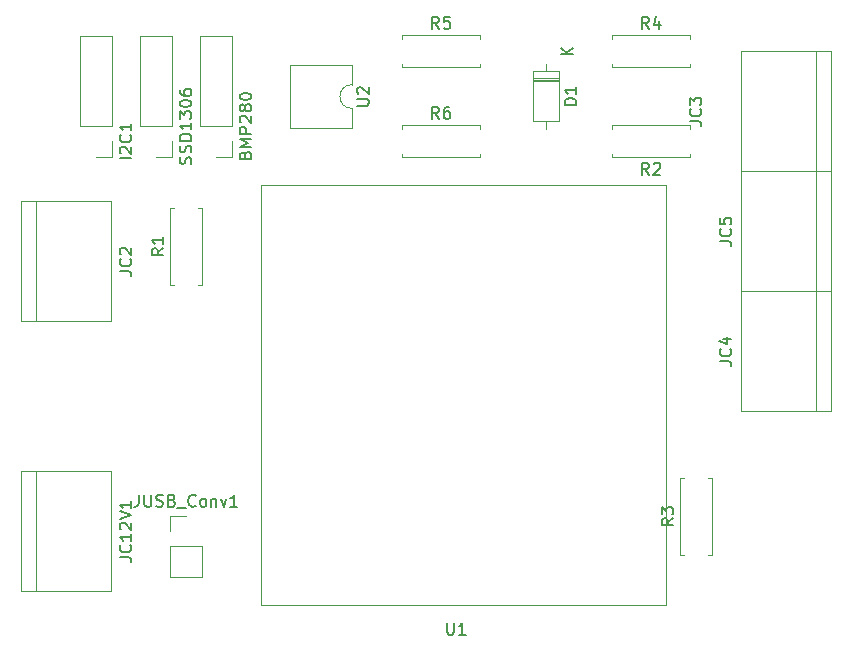
<source format=gbr>
%TF.GenerationSoftware,KiCad,Pcbnew,(6.0.7)*%
%TF.CreationDate,2023-01-13T08:14:30+01:00*%
%TF.ProjectId,VolvoPenta Digitalization,566f6c76-6f50-4656-9e74-612044696769,rev?*%
%TF.SameCoordinates,Original*%
%TF.FileFunction,Legend,Top*%
%TF.FilePolarity,Positive*%
%FSLAX46Y46*%
G04 Gerber Fmt 4.6, Leading zero omitted, Abs format (unit mm)*
G04 Created by KiCad (PCBNEW (6.0.7)) date 2023-01-13 08:14:30*
%MOMM*%
%LPD*%
G01*
G04 APERTURE LIST*
%ADD10C,0.150000*%
%ADD11C,0.120000*%
G04 APERTURE END LIST*
D10*
%TO.C,U1*%
X128778095Y-94107380D02*
X128778095Y-94916904D01*
X128825714Y-95012142D01*
X128873333Y-95059761D01*
X128968571Y-95107380D01*
X129159047Y-95107380D01*
X129254285Y-95059761D01*
X129301904Y-95012142D01*
X129349523Y-94916904D01*
X129349523Y-94107380D01*
X130349523Y-95107380D02*
X129778095Y-95107380D01*
X130063809Y-95107380D02*
X130063809Y-94107380D01*
X129968571Y-94250238D01*
X129873333Y-94345476D01*
X129778095Y-94393095D01*
%TO.C,R1*%
X104762380Y-62396666D02*
X104286190Y-62730000D01*
X104762380Y-62968095D02*
X103762380Y-62968095D01*
X103762380Y-62587142D01*
X103810000Y-62491904D01*
X103857619Y-62444285D01*
X103952857Y-62396666D01*
X104095714Y-62396666D01*
X104190952Y-62444285D01*
X104238571Y-62491904D01*
X104286190Y-62587142D01*
X104286190Y-62968095D01*
X104762380Y-61444285D02*
X104762380Y-62015714D01*
X104762380Y-61730000D02*
X103762380Y-61730000D01*
X103905238Y-61825238D01*
X104000476Y-61920476D01*
X104048095Y-62015714D01*
%TO.C,SSD1306*%
X107084761Y-55236666D02*
X107132380Y-55093809D01*
X107132380Y-54855714D01*
X107084761Y-54760476D01*
X107037142Y-54712857D01*
X106941904Y-54665238D01*
X106846666Y-54665238D01*
X106751428Y-54712857D01*
X106703809Y-54760476D01*
X106656190Y-54855714D01*
X106608571Y-55046190D01*
X106560952Y-55141428D01*
X106513333Y-55189047D01*
X106418095Y-55236666D01*
X106322857Y-55236666D01*
X106227619Y-55189047D01*
X106180000Y-55141428D01*
X106132380Y-55046190D01*
X106132380Y-54808095D01*
X106180000Y-54665238D01*
X107084761Y-54284285D02*
X107132380Y-54141428D01*
X107132380Y-53903333D01*
X107084761Y-53808095D01*
X107037142Y-53760476D01*
X106941904Y-53712857D01*
X106846666Y-53712857D01*
X106751428Y-53760476D01*
X106703809Y-53808095D01*
X106656190Y-53903333D01*
X106608571Y-54093809D01*
X106560952Y-54189047D01*
X106513333Y-54236666D01*
X106418095Y-54284285D01*
X106322857Y-54284285D01*
X106227619Y-54236666D01*
X106180000Y-54189047D01*
X106132380Y-54093809D01*
X106132380Y-53855714D01*
X106180000Y-53712857D01*
X107132380Y-53284285D02*
X106132380Y-53284285D01*
X106132380Y-53046190D01*
X106180000Y-52903333D01*
X106275238Y-52808095D01*
X106370476Y-52760476D01*
X106560952Y-52712857D01*
X106703809Y-52712857D01*
X106894285Y-52760476D01*
X106989523Y-52808095D01*
X107084761Y-52903333D01*
X107132380Y-53046190D01*
X107132380Y-53284285D01*
X107132380Y-51760476D02*
X107132380Y-52331904D01*
X107132380Y-52046190D02*
X106132380Y-52046190D01*
X106275238Y-52141428D01*
X106370476Y-52236666D01*
X106418095Y-52331904D01*
X106132380Y-51427142D02*
X106132380Y-50808095D01*
X106513333Y-51141428D01*
X106513333Y-50998571D01*
X106560952Y-50903333D01*
X106608571Y-50855714D01*
X106703809Y-50808095D01*
X106941904Y-50808095D01*
X107037142Y-50855714D01*
X107084761Y-50903333D01*
X107132380Y-50998571D01*
X107132380Y-51284285D01*
X107084761Y-51379523D01*
X107037142Y-51427142D01*
X106132380Y-50189047D02*
X106132380Y-50093809D01*
X106180000Y-49998571D01*
X106227619Y-49950952D01*
X106322857Y-49903333D01*
X106513333Y-49855714D01*
X106751428Y-49855714D01*
X106941904Y-49903333D01*
X107037142Y-49950952D01*
X107084761Y-49998571D01*
X107132380Y-50093809D01*
X107132380Y-50189047D01*
X107084761Y-50284285D01*
X107037142Y-50331904D01*
X106941904Y-50379523D01*
X106751428Y-50427142D01*
X106513333Y-50427142D01*
X106322857Y-50379523D01*
X106227619Y-50331904D01*
X106180000Y-50284285D01*
X106132380Y-50189047D01*
X106132380Y-48998571D02*
X106132380Y-49189047D01*
X106180000Y-49284285D01*
X106227619Y-49331904D01*
X106370476Y-49427142D01*
X106560952Y-49474761D01*
X106941904Y-49474761D01*
X107037142Y-49427142D01*
X107084761Y-49379523D01*
X107132380Y-49284285D01*
X107132380Y-49093809D01*
X107084761Y-48998571D01*
X107037142Y-48950952D01*
X106941904Y-48903333D01*
X106703809Y-48903333D01*
X106608571Y-48950952D01*
X106560952Y-48998571D01*
X106513333Y-49093809D01*
X106513333Y-49284285D01*
X106560952Y-49379523D01*
X106608571Y-49427142D01*
X106703809Y-49474761D01*
%TO.C,R4*%
X145883333Y-43802380D02*
X145550000Y-43326190D01*
X145311904Y-43802380D02*
X145311904Y-42802380D01*
X145692857Y-42802380D01*
X145788095Y-42850000D01*
X145835714Y-42897619D01*
X145883333Y-42992857D01*
X145883333Y-43135714D01*
X145835714Y-43230952D01*
X145788095Y-43278571D01*
X145692857Y-43326190D01*
X145311904Y-43326190D01*
X146740476Y-43135714D02*
X146740476Y-43802380D01*
X146502380Y-42754761D02*
X146264285Y-43469047D01*
X146883333Y-43469047D01*
%TO.C,JC3*%
X149312380Y-51633333D02*
X150026666Y-51633333D01*
X150169523Y-51680952D01*
X150264761Y-51776190D01*
X150312380Y-51919047D01*
X150312380Y-52014285D01*
X150217142Y-50585714D02*
X150264761Y-50633333D01*
X150312380Y-50776190D01*
X150312380Y-50871428D01*
X150264761Y-51014285D01*
X150169523Y-51109523D01*
X150074285Y-51157142D01*
X149883809Y-51204761D01*
X149740952Y-51204761D01*
X149550476Y-51157142D01*
X149455238Y-51109523D01*
X149360000Y-51014285D01*
X149312380Y-50871428D01*
X149312380Y-50776190D01*
X149360000Y-50633333D01*
X149407619Y-50585714D01*
X149312380Y-50252380D02*
X149312380Y-49633333D01*
X149693333Y-49966666D01*
X149693333Y-49823809D01*
X149740952Y-49728571D01*
X149788571Y-49680952D01*
X149883809Y-49633333D01*
X150121904Y-49633333D01*
X150217142Y-49680952D01*
X150264761Y-49728571D01*
X150312380Y-49823809D01*
X150312380Y-50109523D01*
X150264761Y-50204761D01*
X150217142Y-50252380D01*
%TO.C,JC4*%
X151852380Y-71953333D02*
X152566666Y-71953333D01*
X152709523Y-72000952D01*
X152804761Y-72096190D01*
X152852380Y-72239047D01*
X152852380Y-72334285D01*
X152757142Y-70905714D02*
X152804761Y-70953333D01*
X152852380Y-71096190D01*
X152852380Y-71191428D01*
X152804761Y-71334285D01*
X152709523Y-71429523D01*
X152614285Y-71477142D01*
X152423809Y-71524761D01*
X152280952Y-71524761D01*
X152090476Y-71477142D01*
X151995238Y-71429523D01*
X151900000Y-71334285D01*
X151852380Y-71191428D01*
X151852380Y-71096190D01*
X151900000Y-70953333D01*
X151947619Y-70905714D01*
X152185714Y-70048571D02*
X152852380Y-70048571D01*
X151804761Y-70286666D02*
X152519047Y-70524761D01*
X152519047Y-69905714D01*
%TO.C,JC2*%
X101052380Y-64333333D02*
X101766666Y-64333333D01*
X101909523Y-64380952D01*
X102004761Y-64476190D01*
X102052380Y-64619047D01*
X102052380Y-64714285D01*
X101957142Y-63285714D02*
X102004761Y-63333333D01*
X102052380Y-63476190D01*
X102052380Y-63571428D01*
X102004761Y-63714285D01*
X101909523Y-63809523D01*
X101814285Y-63857142D01*
X101623809Y-63904761D01*
X101480952Y-63904761D01*
X101290476Y-63857142D01*
X101195238Y-63809523D01*
X101100000Y-63714285D01*
X101052380Y-63571428D01*
X101052380Y-63476190D01*
X101100000Y-63333333D01*
X101147619Y-63285714D01*
X101147619Y-62904761D02*
X101100000Y-62857142D01*
X101052380Y-62761904D01*
X101052380Y-62523809D01*
X101100000Y-62428571D01*
X101147619Y-62380952D01*
X101242857Y-62333333D01*
X101338095Y-62333333D01*
X101480952Y-62380952D01*
X102052380Y-62952380D01*
X102052380Y-62333333D01*
%TO.C,U2*%
X121162380Y-50311904D02*
X121971904Y-50311904D01*
X122067142Y-50264285D01*
X122114761Y-50216666D01*
X122162380Y-50121428D01*
X122162380Y-49930952D01*
X122114761Y-49835714D01*
X122067142Y-49788095D01*
X121971904Y-49740476D01*
X121162380Y-49740476D01*
X121257619Y-49311904D02*
X121210000Y-49264285D01*
X121162380Y-49169047D01*
X121162380Y-48930952D01*
X121210000Y-48835714D01*
X121257619Y-48788095D01*
X121352857Y-48740476D01*
X121448095Y-48740476D01*
X121590952Y-48788095D01*
X122162380Y-49359523D01*
X122162380Y-48740476D01*
%TO.C,JC12V1*%
X101052380Y-88574285D02*
X101766666Y-88574285D01*
X101909523Y-88621904D01*
X102004761Y-88717142D01*
X102052380Y-88860000D01*
X102052380Y-88955238D01*
X101957142Y-87526666D02*
X102004761Y-87574285D01*
X102052380Y-87717142D01*
X102052380Y-87812380D01*
X102004761Y-87955238D01*
X101909523Y-88050476D01*
X101814285Y-88098095D01*
X101623809Y-88145714D01*
X101480952Y-88145714D01*
X101290476Y-88098095D01*
X101195238Y-88050476D01*
X101100000Y-87955238D01*
X101052380Y-87812380D01*
X101052380Y-87717142D01*
X101100000Y-87574285D01*
X101147619Y-87526666D01*
X102052380Y-86574285D02*
X102052380Y-87145714D01*
X102052380Y-86860000D02*
X101052380Y-86860000D01*
X101195238Y-86955238D01*
X101290476Y-87050476D01*
X101338095Y-87145714D01*
X101147619Y-86193333D02*
X101100000Y-86145714D01*
X101052380Y-86050476D01*
X101052380Y-85812380D01*
X101100000Y-85717142D01*
X101147619Y-85669523D01*
X101242857Y-85621904D01*
X101338095Y-85621904D01*
X101480952Y-85669523D01*
X102052380Y-86240952D01*
X102052380Y-85621904D01*
X101052380Y-85336190D02*
X102052380Y-85002857D01*
X101052380Y-84669523D01*
X102052380Y-83812380D02*
X102052380Y-84383809D01*
X102052380Y-84098095D02*
X101052380Y-84098095D01*
X101195238Y-84193333D01*
X101290476Y-84288571D01*
X101338095Y-84383809D01*
%TO.C,JUSB_Conv1*%
X102680000Y-83272380D02*
X102680000Y-83986666D01*
X102632380Y-84129523D01*
X102537142Y-84224761D01*
X102394285Y-84272380D01*
X102299047Y-84272380D01*
X103156190Y-83272380D02*
X103156190Y-84081904D01*
X103203809Y-84177142D01*
X103251428Y-84224761D01*
X103346666Y-84272380D01*
X103537142Y-84272380D01*
X103632380Y-84224761D01*
X103680000Y-84177142D01*
X103727619Y-84081904D01*
X103727619Y-83272380D01*
X104156190Y-84224761D02*
X104299047Y-84272380D01*
X104537142Y-84272380D01*
X104632380Y-84224761D01*
X104680000Y-84177142D01*
X104727619Y-84081904D01*
X104727619Y-83986666D01*
X104680000Y-83891428D01*
X104632380Y-83843809D01*
X104537142Y-83796190D01*
X104346666Y-83748571D01*
X104251428Y-83700952D01*
X104203809Y-83653333D01*
X104156190Y-83558095D01*
X104156190Y-83462857D01*
X104203809Y-83367619D01*
X104251428Y-83320000D01*
X104346666Y-83272380D01*
X104584761Y-83272380D01*
X104727619Y-83320000D01*
X105489523Y-83748571D02*
X105632380Y-83796190D01*
X105680000Y-83843809D01*
X105727619Y-83939047D01*
X105727619Y-84081904D01*
X105680000Y-84177142D01*
X105632380Y-84224761D01*
X105537142Y-84272380D01*
X105156190Y-84272380D01*
X105156190Y-83272380D01*
X105489523Y-83272380D01*
X105584761Y-83320000D01*
X105632380Y-83367619D01*
X105680000Y-83462857D01*
X105680000Y-83558095D01*
X105632380Y-83653333D01*
X105584761Y-83700952D01*
X105489523Y-83748571D01*
X105156190Y-83748571D01*
X105918095Y-84367619D02*
X106680000Y-84367619D01*
X107489523Y-84177142D02*
X107441904Y-84224761D01*
X107299047Y-84272380D01*
X107203809Y-84272380D01*
X107060952Y-84224761D01*
X106965714Y-84129523D01*
X106918095Y-84034285D01*
X106870476Y-83843809D01*
X106870476Y-83700952D01*
X106918095Y-83510476D01*
X106965714Y-83415238D01*
X107060952Y-83320000D01*
X107203809Y-83272380D01*
X107299047Y-83272380D01*
X107441904Y-83320000D01*
X107489523Y-83367619D01*
X108060952Y-84272380D02*
X107965714Y-84224761D01*
X107918095Y-84177142D01*
X107870476Y-84081904D01*
X107870476Y-83796190D01*
X107918095Y-83700952D01*
X107965714Y-83653333D01*
X108060952Y-83605714D01*
X108203809Y-83605714D01*
X108299047Y-83653333D01*
X108346666Y-83700952D01*
X108394285Y-83796190D01*
X108394285Y-84081904D01*
X108346666Y-84177142D01*
X108299047Y-84224761D01*
X108203809Y-84272380D01*
X108060952Y-84272380D01*
X108822857Y-83605714D02*
X108822857Y-84272380D01*
X108822857Y-83700952D02*
X108870476Y-83653333D01*
X108965714Y-83605714D01*
X109108571Y-83605714D01*
X109203809Y-83653333D01*
X109251428Y-83748571D01*
X109251428Y-84272380D01*
X109632380Y-83605714D02*
X109870476Y-84272380D01*
X110108571Y-83605714D01*
X111013333Y-84272380D02*
X110441904Y-84272380D01*
X110727619Y-84272380D02*
X110727619Y-83272380D01*
X110632380Y-83415238D01*
X110537142Y-83510476D01*
X110441904Y-83558095D01*
%TO.C,JC5*%
X151852380Y-61793333D02*
X152566666Y-61793333D01*
X152709523Y-61840952D01*
X152804761Y-61936190D01*
X152852380Y-62079047D01*
X152852380Y-62174285D01*
X152757142Y-60745714D02*
X152804761Y-60793333D01*
X152852380Y-60936190D01*
X152852380Y-61031428D01*
X152804761Y-61174285D01*
X152709523Y-61269523D01*
X152614285Y-61317142D01*
X152423809Y-61364761D01*
X152280952Y-61364761D01*
X152090476Y-61317142D01*
X151995238Y-61269523D01*
X151900000Y-61174285D01*
X151852380Y-61031428D01*
X151852380Y-60936190D01*
X151900000Y-60793333D01*
X151947619Y-60745714D01*
X151852380Y-59840952D02*
X151852380Y-60317142D01*
X152328571Y-60364761D01*
X152280952Y-60317142D01*
X152233333Y-60221904D01*
X152233333Y-59983809D01*
X152280952Y-59888571D01*
X152328571Y-59840952D01*
X152423809Y-59793333D01*
X152661904Y-59793333D01*
X152757142Y-59840952D01*
X152804761Y-59888571D01*
X152852380Y-59983809D01*
X152852380Y-60221904D01*
X152804761Y-60317142D01*
X152757142Y-60364761D01*
%TO.C,D1*%
X139732380Y-50268095D02*
X138732380Y-50268095D01*
X138732380Y-50030000D01*
X138780000Y-49887142D01*
X138875238Y-49791904D01*
X138970476Y-49744285D01*
X139160952Y-49696666D01*
X139303809Y-49696666D01*
X139494285Y-49744285D01*
X139589523Y-49791904D01*
X139684761Y-49887142D01*
X139732380Y-50030000D01*
X139732380Y-50268095D01*
X139732380Y-48744285D02*
X139732380Y-49315714D01*
X139732380Y-49030000D02*
X138732380Y-49030000D01*
X138875238Y-49125238D01*
X138970476Y-49220476D01*
X139018095Y-49315714D01*
X139412380Y-45981904D02*
X138412380Y-45981904D01*
X139412380Y-45410476D02*
X138840952Y-45839047D01*
X138412380Y-45410476D02*
X138983809Y-45981904D01*
%TO.C,BMP280*%
X111688571Y-54498571D02*
X111736190Y-54355714D01*
X111783809Y-54308095D01*
X111879047Y-54260476D01*
X112021904Y-54260476D01*
X112117142Y-54308095D01*
X112164761Y-54355714D01*
X112212380Y-54450952D01*
X112212380Y-54831904D01*
X111212380Y-54831904D01*
X111212380Y-54498571D01*
X111260000Y-54403333D01*
X111307619Y-54355714D01*
X111402857Y-54308095D01*
X111498095Y-54308095D01*
X111593333Y-54355714D01*
X111640952Y-54403333D01*
X111688571Y-54498571D01*
X111688571Y-54831904D01*
X112212380Y-53831904D02*
X111212380Y-53831904D01*
X111926666Y-53498571D01*
X111212380Y-53165238D01*
X112212380Y-53165238D01*
X112212380Y-52689047D02*
X111212380Y-52689047D01*
X111212380Y-52308095D01*
X111260000Y-52212857D01*
X111307619Y-52165238D01*
X111402857Y-52117619D01*
X111545714Y-52117619D01*
X111640952Y-52165238D01*
X111688571Y-52212857D01*
X111736190Y-52308095D01*
X111736190Y-52689047D01*
X111307619Y-51736666D02*
X111260000Y-51689047D01*
X111212380Y-51593809D01*
X111212380Y-51355714D01*
X111260000Y-51260476D01*
X111307619Y-51212857D01*
X111402857Y-51165238D01*
X111498095Y-51165238D01*
X111640952Y-51212857D01*
X112212380Y-51784285D01*
X112212380Y-51165238D01*
X111640952Y-50593809D02*
X111593333Y-50689047D01*
X111545714Y-50736666D01*
X111450476Y-50784285D01*
X111402857Y-50784285D01*
X111307619Y-50736666D01*
X111260000Y-50689047D01*
X111212380Y-50593809D01*
X111212380Y-50403333D01*
X111260000Y-50308095D01*
X111307619Y-50260476D01*
X111402857Y-50212857D01*
X111450476Y-50212857D01*
X111545714Y-50260476D01*
X111593333Y-50308095D01*
X111640952Y-50403333D01*
X111640952Y-50593809D01*
X111688571Y-50689047D01*
X111736190Y-50736666D01*
X111831428Y-50784285D01*
X112021904Y-50784285D01*
X112117142Y-50736666D01*
X112164761Y-50689047D01*
X112212380Y-50593809D01*
X112212380Y-50403333D01*
X112164761Y-50308095D01*
X112117142Y-50260476D01*
X112021904Y-50212857D01*
X111831428Y-50212857D01*
X111736190Y-50260476D01*
X111688571Y-50308095D01*
X111640952Y-50403333D01*
X111212380Y-49593809D02*
X111212380Y-49498571D01*
X111260000Y-49403333D01*
X111307619Y-49355714D01*
X111402857Y-49308095D01*
X111593333Y-49260476D01*
X111831428Y-49260476D01*
X112021904Y-49308095D01*
X112117142Y-49355714D01*
X112164761Y-49403333D01*
X112212380Y-49498571D01*
X112212380Y-49593809D01*
X112164761Y-49689047D01*
X112117142Y-49736666D01*
X112021904Y-49784285D01*
X111831428Y-49831904D01*
X111593333Y-49831904D01*
X111402857Y-49784285D01*
X111307619Y-49736666D01*
X111260000Y-49689047D01*
X111212380Y-49593809D01*
%TO.C,R3*%
X147942380Y-85256666D02*
X147466190Y-85590000D01*
X147942380Y-85828095D02*
X146942380Y-85828095D01*
X146942380Y-85447142D01*
X146990000Y-85351904D01*
X147037619Y-85304285D01*
X147132857Y-85256666D01*
X147275714Y-85256666D01*
X147370952Y-85304285D01*
X147418571Y-85351904D01*
X147466190Y-85447142D01*
X147466190Y-85828095D01*
X146942380Y-84923333D02*
X146942380Y-84304285D01*
X147323333Y-84637619D01*
X147323333Y-84494761D01*
X147370952Y-84399523D01*
X147418571Y-84351904D01*
X147513809Y-84304285D01*
X147751904Y-84304285D01*
X147847142Y-84351904D01*
X147894761Y-84399523D01*
X147942380Y-84494761D01*
X147942380Y-84780476D01*
X147894761Y-84875714D01*
X147847142Y-84923333D01*
%TO.C,R6*%
X128103333Y-51422380D02*
X127770000Y-50946190D01*
X127531904Y-51422380D02*
X127531904Y-50422380D01*
X127912857Y-50422380D01*
X128008095Y-50470000D01*
X128055714Y-50517619D01*
X128103333Y-50612857D01*
X128103333Y-50755714D01*
X128055714Y-50850952D01*
X128008095Y-50898571D01*
X127912857Y-50946190D01*
X127531904Y-50946190D01*
X128960476Y-50422380D02*
X128770000Y-50422380D01*
X128674761Y-50470000D01*
X128627142Y-50517619D01*
X128531904Y-50660476D01*
X128484285Y-50850952D01*
X128484285Y-51231904D01*
X128531904Y-51327142D01*
X128579523Y-51374761D01*
X128674761Y-51422380D01*
X128865238Y-51422380D01*
X128960476Y-51374761D01*
X129008095Y-51327142D01*
X129055714Y-51231904D01*
X129055714Y-50993809D01*
X129008095Y-50898571D01*
X128960476Y-50850952D01*
X128865238Y-50803333D01*
X128674761Y-50803333D01*
X128579523Y-50850952D01*
X128531904Y-50898571D01*
X128484285Y-50993809D01*
%TO.C,R5*%
X128103333Y-43802380D02*
X127770000Y-43326190D01*
X127531904Y-43802380D02*
X127531904Y-42802380D01*
X127912857Y-42802380D01*
X128008095Y-42850000D01*
X128055714Y-42897619D01*
X128103333Y-42992857D01*
X128103333Y-43135714D01*
X128055714Y-43230952D01*
X128008095Y-43278571D01*
X127912857Y-43326190D01*
X127531904Y-43326190D01*
X129008095Y-42802380D02*
X128531904Y-42802380D01*
X128484285Y-43278571D01*
X128531904Y-43230952D01*
X128627142Y-43183333D01*
X128865238Y-43183333D01*
X128960476Y-43230952D01*
X129008095Y-43278571D01*
X129055714Y-43373809D01*
X129055714Y-43611904D01*
X129008095Y-43707142D01*
X128960476Y-43754761D01*
X128865238Y-43802380D01*
X128627142Y-43802380D01*
X128531904Y-43754761D01*
X128484285Y-43707142D01*
%TO.C,I2C1*%
X102052380Y-54792380D02*
X101052380Y-54792380D01*
X101147619Y-54363809D02*
X101100000Y-54316190D01*
X101052380Y-54220952D01*
X101052380Y-53982857D01*
X101100000Y-53887619D01*
X101147619Y-53840000D01*
X101242857Y-53792380D01*
X101338095Y-53792380D01*
X101480952Y-53840000D01*
X102052380Y-54411428D01*
X102052380Y-53792380D01*
X101957142Y-52792380D02*
X102004761Y-52840000D01*
X102052380Y-52982857D01*
X102052380Y-53078095D01*
X102004761Y-53220952D01*
X101909523Y-53316190D01*
X101814285Y-53363809D01*
X101623809Y-53411428D01*
X101480952Y-53411428D01*
X101290476Y-53363809D01*
X101195238Y-53316190D01*
X101100000Y-53220952D01*
X101052380Y-53078095D01*
X101052380Y-52982857D01*
X101100000Y-52840000D01*
X101147619Y-52792380D01*
X102052380Y-51840000D02*
X102052380Y-52411428D01*
X102052380Y-52125714D02*
X101052380Y-52125714D01*
X101195238Y-52220952D01*
X101290476Y-52316190D01*
X101338095Y-52411428D01*
%TO.C,R2*%
X145883333Y-56162380D02*
X145550000Y-55686190D01*
X145311904Y-56162380D02*
X145311904Y-55162380D01*
X145692857Y-55162380D01*
X145788095Y-55210000D01*
X145835714Y-55257619D01*
X145883333Y-55352857D01*
X145883333Y-55495714D01*
X145835714Y-55590952D01*
X145788095Y-55638571D01*
X145692857Y-55686190D01*
X145311904Y-55686190D01*
X146264285Y-55257619D02*
X146311904Y-55210000D01*
X146407142Y-55162380D01*
X146645238Y-55162380D01*
X146740476Y-55210000D01*
X146788095Y-55257619D01*
X146835714Y-55352857D01*
X146835714Y-55448095D01*
X146788095Y-55590952D01*
X146216666Y-56162380D01*
X146835714Y-56162380D01*
D11*
%TO.C,U1*%
X147320000Y-57055000D02*
X113030000Y-57055000D01*
X147320000Y-92615000D02*
X147320000Y-57055000D01*
X129540000Y-92615000D02*
X147320000Y-92615000D01*
X113030000Y-92615000D02*
X129540000Y-92615000D01*
X113030000Y-57055000D02*
X113030000Y-92615000D01*
%TO.C,R1*%
X105640000Y-65500000D02*
X105310000Y-65500000D01*
X105310000Y-58960000D02*
X105640000Y-58960000D01*
X107720000Y-65500000D02*
X108050000Y-65500000D01*
X105310000Y-65500000D02*
X105310000Y-58960000D01*
X108050000Y-58960000D02*
X107720000Y-58960000D01*
X108050000Y-65500000D02*
X108050000Y-58960000D01*
%TO.C,SSD1306*%
X105470000Y-44390000D02*
X102810000Y-44390000D01*
X105470000Y-52070000D02*
X105470000Y-44390000D01*
X105470000Y-53340000D02*
X105470000Y-54670000D01*
X102810000Y-52070000D02*
X102810000Y-44390000D01*
X105470000Y-54670000D02*
X104140000Y-54670000D01*
X105470000Y-52070000D02*
X102810000Y-52070000D01*
%TO.C,R4*%
X142780000Y-44680000D02*
X142780000Y-44350000D01*
X149320000Y-47090000D02*
X149320000Y-46760000D01*
X142780000Y-44350000D02*
X149320000Y-44350000D01*
X142780000Y-46760000D02*
X142780000Y-47090000D01*
X142780000Y-47090000D02*
X149320000Y-47090000D01*
X149320000Y-44350000D02*
X149320000Y-44680000D01*
%TO.C,JC3*%
X160020000Y-45720000D02*
X160020000Y-55880000D01*
X161290000Y-45720000D02*
X153670000Y-45720000D01*
X153670000Y-45720000D02*
X153670000Y-55880000D01*
X161290000Y-55880000D02*
X161290000Y-45720000D01*
X153670000Y-55880000D02*
X161290000Y-55880000D01*
%TO.C,JC4*%
X160020000Y-66040000D02*
X160020000Y-76200000D01*
X161290000Y-66040000D02*
X153670000Y-66040000D01*
X153670000Y-76200000D02*
X161290000Y-76200000D01*
X153670000Y-66040000D02*
X153670000Y-76200000D01*
X161290000Y-76200000D02*
X161290000Y-66040000D01*
%TO.C,JC2*%
X93980000Y-68580000D02*
X93980000Y-58420000D01*
X100330000Y-58420000D02*
X92710000Y-58420000D01*
X100330000Y-68580000D02*
X100330000Y-58420000D01*
X92710000Y-58420000D02*
X92710000Y-68580000D01*
X92710000Y-68580000D02*
X100330000Y-68580000D01*
%TO.C,U2*%
X115510000Y-52200000D02*
X120710000Y-52200000D01*
X120710000Y-52200000D02*
X120710000Y-50550000D01*
X120710000Y-48550000D02*
X120710000Y-46900000D01*
X120710000Y-46900000D02*
X115510000Y-46900000D01*
X115510000Y-46900000D02*
X115510000Y-52200000D01*
X120710000Y-48550000D02*
G75*
G03*
X120710000Y-50550000I0J-1000000D01*
G01*
%TO.C,JC12V1*%
X92710000Y-81280000D02*
X92710000Y-91440000D01*
X92710000Y-91440000D02*
X100330000Y-91440000D01*
X100330000Y-91440000D02*
X100330000Y-81280000D01*
X93980000Y-91440000D02*
X93980000Y-81280000D01*
X100330000Y-81280000D02*
X92710000Y-81280000D01*
%TO.C,JUSB_Conv1*%
X105350000Y-85030000D02*
X106680000Y-85030000D01*
X105350000Y-90230000D02*
X108010000Y-90230000D01*
X105350000Y-87630000D02*
X105350000Y-90230000D01*
X108010000Y-87630000D02*
X108010000Y-90230000D01*
X105350000Y-86360000D02*
X105350000Y-85030000D01*
X105350000Y-87630000D02*
X108010000Y-87630000D01*
%TO.C,JC5*%
X161290000Y-55880000D02*
X153670000Y-55880000D01*
X160020000Y-55880000D02*
X160020000Y-66040000D01*
X153670000Y-66040000D02*
X161290000Y-66040000D01*
X153670000Y-55880000D02*
X153670000Y-66040000D01*
X161290000Y-66040000D02*
X161290000Y-55880000D01*
%TO.C,D1*%
X137160000Y-46760000D02*
X137160000Y-47410000D01*
X138280000Y-48130000D02*
X136040000Y-48130000D01*
X138280000Y-47410000D02*
X136040000Y-47410000D01*
X136040000Y-51650000D02*
X138280000Y-51650000D01*
X138280000Y-48250000D02*
X136040000Y-48250000D01*
X137160000Y-52300000D02*
X137160000Y-51650000D01*
X138280000Y-51650000D02*
X138280000Y-47410000D01*
X138280000Y-48010000D02*
X136040000Y-48010000D01*
X136040000Y-47410000D02*
X136040000Y-51650000D01*
%TO.C,BMP280*%
X110550000Y-53340000D02*
X110550000Y-54670000D01*
X110550000Y-54670000D02*
X109220000Y-54670000D01*
X110550000Y-52070000D02*
X110550000Y-44390000D01*
X107890000Y-52070000D02*
X107890000Y-44390000D01*
X110550000Y-52070000D02*
X107890000Y-52070000D01*
X110550000Y-44390000D02*
X107890000Y-44390000D01*
%TO.C,R3*%
X151230000Y-88360000D02*
X151230000Y-81820000D01*
X151230000Y-81820000D02*
X150900000Y-81820000D01*
X148490000Y-81820000D02*
X148820000Y-81820000D01*
X150900000Y-88360000D02*
X151230000Y-88360000D01*
X148490000Y-88360000D02*
X148490000Y-81820000D01*
X148820000Y-88360000D02*
X148490000Y-88360000D01*
%TO.C,R6*%
X125000000Y-54710000D02*
X131540000Y-54710000D01*
X131540000Y-51970000D02*
X131540000Y-52300000D01*
X125000000Y-54380000D02*
X125000000Y-54710000D01*
X131540000Y-54710000D02*
X131540000Y-54380000D01*
X125000000Y-52300000D02*
X125000000Y-51970000D01*
X125000000Y-51970000D02*
X131540000Y-51970000D01*
%TO.C,R5*%
X125000000Y-46760000D02*
X125000000Y-47090000D01*
X131540000Y-47090000D02*
X131540000Y-46760000D01*
X125000000Y-47090000D02*
X131540000Y-47090000D01*
X131540000Y-44350000D02*
X131540000Y-44680000D01*
X125000000Y-44680000D02*
X125000000Y-44350000D01*
X125000000Y-44350000D02*
X131540000Y-44350000D01*
%TO.C,I2C1*%
X100390000Y-53340000D02*
X100390000Y-54670000D01*
X100390000Y-44390000D02*
X97730000Y-44390000D01*
X100390000Y-52070000D02*
X100390000Y-44390000D01*
X100390000Y-52070000D02*
X97730000Y-52070000D01*
X100390000Y-54670000D02*
X99060000Y-54670000D01*
X97730000Y-52070000D02*
X97730000Y-44390000D01*
%TO.C,R2*%
X149320000Y-54710000D02*
X142780000Y-54710000D01*
X142780000Y-51970000D02*
X142780000Y-52300000D01*
X149320000Y-52300000D02*
X149320000Y-51970000D01*
X142780000Y-54710000D02*
X142780000Y-54380000D01*
X149320000Y-51970000D02*
X142780000Y-51970000D01*
X149320000Y-54380000D02*
X149320000Y-54710000D01*
%TD*%
M02*

</source>
